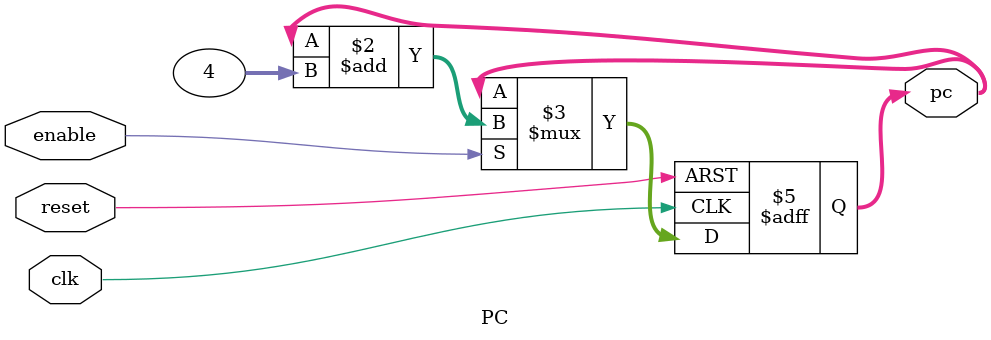
<source format=v>
module PC (
    input  wire        clk,
    input  wire        reset,
    input  wire        enable,
    output reg [31:0]  pc
);

    always @(posedge clk or posedge reset) begin
        if (reset)
            pc <= 32'd0;
        else if (enable)
            pc <= pc + 32'd4;
    end

endmodule

</source>
